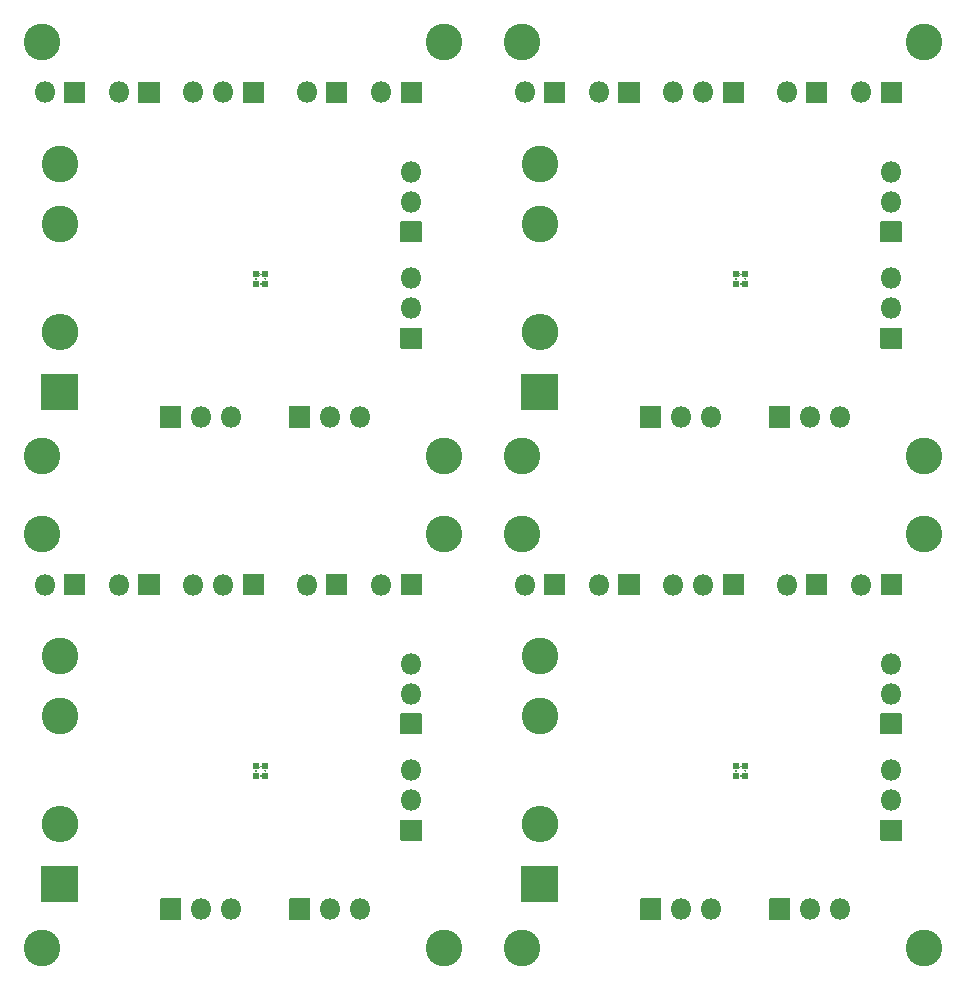
<source format=gbs>
G04 #@! TF.GenerationSoftware,KiCad,Pcbnew,(5.1.10)-1*
G04 #@! TF.CreationDate,2021-08-11T14:43:19-03:00*
G04 #@! TF.ProjectId,BQ25505,42513235-3530-4352-9e6b-696361645f70,rev?*
G04 #@! TF.SameCoordinates,Original*
G04 #@! TF.FileFunction,Soldermask,Bot*
G04 #@! TF.FilePolarity,Negative*
%FSLAX46Y46*%
G04 Gerber Fmt 4.6, Leading zero omitted, Abs format (unit mm)*
G04 Created by KiCad (PCBNEW (5.1.10)-1) date 2021-08-11 14:43:19*
%MOMM*%
%LPD*%
G01*
G04 APERTURE LIST*
%ADD10O,1.802000X1.802000*%
%ADD11C,0.610000*%
%ADD12C,3.102000*%
%ADD13O,3.102000X3.102000*%
%ADD14C,0.100000*%
G04 APERTURE END LIST*
G36*
G01*
X228054800Y-134434200D02*
X229754800Y-134434200D01*
G75*
G02*
X229805800Y-134485200I0J-51000D01*
G01*
X229805800Y-136185200D01*
G75*
G02*
X229754800Y-136236200I-51000J0D01*
G01*
X228054800Y-136236200D01*
G75*
G02*
X228003800Y-136185200I0J51000D01*
G01*
X228003800Y-134485200D01*
G75*
G02*
X228054800Y-134434200I51000J0D01*
G01*
G37*
D10*
X226364800Y-135335200D03*
G36*
G01*
X228054800Y-92774200D02*
X229754800Y-92774200D01*
G75*
G02*
X229805800Y-92825200I0J-51000D01*
G01*
X229805800Y-94525200D01*
G75*
G02*
X229754800Y-94576200I-51000J0D01*
G01*
X228054800Y-94576200D01*
G75*
G02*
X228003800Y-94525200I0J51000D01*
G01*
X228003800Y-92825200D01*
G75*
G02*
X228054800Y-92774200I51000J0D01*
G01*
G37*
X226364800Y-93675200D03*
G36*
G01*
X187414800Y-134434200D02*
X189114800Y-134434200D01*
G75*
G02*
X189165800Y-134485200I0J-51000D01*
G01*
X189165800Y-136185200D01*
G75*
G02*
X189114800Y-136236200I-51000J0D01*
G01*
X187414800Y-136236200D01*
G75*
G02*
X187363800Y-136185200I0J51000D01*
G01*
X187363800Y-134485200D01*
G75*
G02*
X187414800Y-134434200I51000J0D01*
G01*
G37*
X185724800Y-135335200D03*
G36*
G01*
X199556000Y-134434200D02*
X201256000Y-134434200D01*
G75*
G02*
X201307000Y-134485200I0J-51000D01*
G01*
X201307000Y-136185200D01*
G75*
G02*
X201256000Y-136236200I-51000J0D01*
G01*
X199556000Y-136236200D01*
G75*
G02*
X199505000Y-136185200I0J51000D01*
G01*
X199505000Y-134485200D01*
G75*
G02*
X199556000Y-134434200I51000J0D01*
G01*
G37*
X197866000Y-135335200D03*
G36*
G01*
X199556000Y-92774200D02*
X201256000Y-92774200D01*
G75*
G02*
X201307000Y-92825200I0J-51000D01*
G01*
X201307000Y-94525200D01*
G75*
G02*
X201256000Y-94576200I-51000J0D01*
G01*
X199556000Y-94576200D01*
G75*
G02*
X199505000Y-94525200I0J51000D01*
G01*
X199505000Y-92825200D01*
G75*
G02*
X199556000Y-92774200I51000J0D01*
G01*
G37*
X197866000Y-93675200D03*
G36*
G01*
X158916000Y-134434200D02*
X160616000Y-134434200D01*
G75*
G02*
X160667000Y-134485200I0J-51000D01*
G01*
X160667000Y-136185200D01*
G75*
G02*
X160616000Y-136236200I-51000J0D01*
G01*
X158916000Y-136236200D01*
G75*
G02*
X158865000Y-136185200I0J51000D01*
G01*
X158865000Y-134485200D01*
G75*
G02*
X158916000Y-134434200I51000J0D01*
G01*
G37*
X157226000Y-135335200D03*
G36*
G01*
X229793100Y-155300500D02*
X229793100Y-157000500D01*
G75*
G02*
X229742100Y-157051500I-51000J0D01*
G01*
X228042100Y-157051500D01*
G75*
G02*
X227991100Y-157000500I0J51000D01*
G01*
X227991100Y-155300500D01*
G75*
G02*
X228042100Y-155249500I51000J0D01*
G01*
X229742100Y-155249500D01*
G75*
G02*
X229793100Y-155300500I0J-51000D01*
G01*
G37*
X228892100Y-153610500D03*
X228892100Y-151070500D03*
G36*
G01*
X229793100Y-113640500D02*
X229793100Y-115340500D01*
G75*
G02*
X229742100Y-115391500I-51000J0D01*
G01*
X228042100Y-115391500D01*
G75*
G02*
X227991100Y-115340500I0J51000D01*
G01*
X227991100Y-113640500D01*
G75*
G02*
X228042100Y-113589500I51000J0D01*
G01*
X229742100Y-113589500D01*
G75*
G02*
X229793100Y-113640500I0J-51000D01*
G01*
G37*
X228892100Y-111950500D03*
X228892100Y-109410500D03*
G36*
G01*
X189153100Y-155300500D02*
X189153100Y-157000500D01*
G75*
G02*
X189102100Y-157051500I-51000J0D01*
G01*
X187402100Y-157051500D01*
G75*
G02*
X187351100Y-157000500I0J51000D01*
G01*
X187351100Y-155300500D01*
G75*
G02*
X187402100Y-155249500I51000J0D01*
G01*
X189102100Y-155249500D01*
G75*
G02*
X189153100Y-155300500I0J-51000D01*
G01*
G37*
X188252100Y-153610500D03*
X188252100Y-151070500D03*
G36*
G01*
X205855200Y-134434200D02*
X207555200Y-134434200D01*
G75*
G02*
X207606200Y-134485200I0J-51000D01*
G01*
X207606200Y-136185200D01*
G75*
G02*
X207555200Y-136236200I-51000J0D01*
G01*
X205855200Y-136236200D01*
G75*
G02*
X205804200Y-136185200I0J51000D01*
G01*
X205804200Y-134485200D01*
G75*
G02*
X205855200Y-134434200I51000J0D01*
G01*
G37*
X204165200Y-135335200D03*
G36*
G01*
X205855200Y-92774200D02*
X207555200Y-92774200D01*
G75*
G02*
X207606200Y-92825200I0J-51000D01*
G01*
X207606200Y-94525200D01*
G75*
G02*
X207555200Y-94576200I-51000J0D01*
G01*
X205855200Y-94576200D01*
G75*
G02*
X205804200Y-94525200I0J51000D01*
G01*
X205804200Y-92825200D01*
G75*
G02*
X205855200Y-92774200I51000J0D01*
G01*
G37*
X204165200Y-93675200D03*
G36*
G01*
X165215200Y-134434200D02*
X166915200Y-134434200D01*
G75*
G02*
X166966200Y-134485200I0J-51000D01*
G01*
X166966200Y-136185200D01*
G75*
G02*
X166915200Y-136236200I-51000J0D01*
G01*
X165215200Y-136236200D01*
G75*
G02*
X165164200Y-136185200I0J51000D01*
G01*
X165164200Y-134485200D01*
G75*
G02*
X165215200Y-134434200I51000J0D01*
G01*
G37*
X163525200Y-135335200D03*
X210464400Y-135335200D03*
X213004400Y-135335200D03*
G36*
G01*
X214694400Y-134434200D02*
X216394400Y-134434200D01*
G75*
G02*
X216445400Y-134485200I0J-51000D01*
G01*
X216445400Y-136185200D01*
G75*
G02*
X216394400Y-136236200I-51000J0D01*
G01*
X214694400Y-136236200D01*
G75*
G02*
X214643400Y-136185200I0J51000D01*
G01*
X214643400Y-134485200D01*
G75*
G02*
X214694400Y-134434200I51000J0D01*
G01*
G37*
X210464400Y-93675200D03*
X213004400Y-93675200D03*
G36*
G01*
X214694400Y-92774200D02*
X216394400Y-92774200D01*
G75*
G02*
X216445400Y-92825200I0J-51000D01*
G01*
X216445400Y-94525200D01*
G75*
G02*
X216394400Y-94576200I-51000J0D01*
G01*
X214694400Y-94576200D01*
G75*
G02*
X214643400Y-94525200I0J51000D01*
G01*
X214643400Y-92825200D01*
G75*
G02*
X214694400Y-92774200I51000J0D01*
G01*
G37*
X169824400Y-135335200D03*
X172364400Y-135335200D03*
G36*
G01*
X174054400Y-134434200D02*
X175754400Y-134434200D01*
G75*
G02*
X175805400Y-134485200I0J-51000D01*
G01*
X175805400Y-136185200D01*
G75*
G02*
X175754400Y-136236200I-51000J0D01*
G01*
X174054400Y-136236200D01*
G75*
G02*
X174003400Y-136185200I0J51000D01*
G01*
X174003400Y-134485200D01*
G75*
G02*
X174054400Y-134434200I51000J0D01*
G01*
G37*
D11*
X216547700Y-150740300D03*
X216547700Y-151527700D03*
X215760300Y-150740300D03*
X215760300Y-151527700D03*
X216547700Y-109080300D03*
X216547700Y-109867700D03*
X215760300Y-109080300D03*
X215760300Y-109867700D03*
X175907700Y-150740300D03*
X175907700Y-151527700D03*
X175120300Y-150740300D03*
X175120300Y-151527700D03*
G36*
G01*
X229793100Y-146283500D02*
X229793100Y-147983500D01*
G75*
G02*
X229742100Y-148034500I-51000J0D01*
G01*
X228042100Y-148034500D01*
G75*
G02*
X227991100Y-147983500I0J51000D01*
G01*
X227991100Y-146283500D01*
G75*
G02*
X228042100Y-146232500I51000J0D01*
G01*
X229742100Y-146232500D01*
G75*
G02*
X229793100Y-146283500I0J-51000D01*
G01*
G37*
D10*
X228892100Y-144593500D03*
X228892100Y-142053500D03*
G36*
G01*
X229793100Y-104623500D02*
X229793100Y-106323500D01*
G75*
G02*
X229742100Y-106374500I-51000J0D01*
G01*
X228042100Y-106374500D01*
G75*
G02*
X227991100Y-106323500I0J51000D01*
G01*
X227991100Y-104623500D01*
G75*
G02*
X228042100Y-104572500I51000J0D01*
G01*
X229742100Y-104572500D01*
G75*
G02*
X229793100Y-104623500I0J-51000D01*
G01*
G37*
X228892100Y-102933500D03*
X228892100Y-100393500D03*
G36*
G01*
X189153100Y-146283500D02*
X189153100Y-147983500D01*
G75*
G02*
X189102100Y-148034500I-51000J0D01*
G01*
X187402100Y-148034500D01*
G75*
G02*
X187351100Y-147983500I0J51000D01*
G01*
X187351100Y-146283500D01*
G75*
G02*
X187402100Y-146232500I51000J0D01*
G01*
X189102100Y-146232500D01*
G75*
G02*
X189153100Y-146283500I0J-51000D01*
G01*
G37*
X188252100Y-144593500D03*
X188252100Y-142053500D03*
D12*
X199136000Y-146460400D03*
X199136000Y-141380400D03*
X199136000Y-104800400D03*
X199136000Y-99720400D03*
X158496000Y-146460400D03*
X158496000Y-141380400D03*
X231648000Y-131068000D03*
X231648000Y-89408000D03*
X191008000Y-131068000D03*
G36*
G01*
X200636000Y-162235400D02*
X197636000Y-162235400D01*
G75*
G02*
X197585000Y-162184400I0J51000D01*
G01*
X197585000Y-159184400D01*
G75*
G02*
X197636000Y-159133400I51000J0D01*
G01*
X200636000Y-159133400D01*
G75*
G02*
X200687000Y-159184400I0J-51000D01*
G01*
X200687000Y-162184400D01*
G75*
G02*
X200636000Y-162235400I-51000J0D01*
G01*
G37*
D13*
X199136000Y-155604400D03*
G36*
G01*
X200636000Y-120575400D02*
X197636000Y-120575400D01*
G75*
G02*
X197585000Y-120524400I0J51000D01*
G01*
X197585000Y-117524400D01*
G75*
G02*
X197636000Y-117473400I51000J0D01*
G01*
X200636000Y-117473400D01*
G75*
G02*
X200687000Y-117524400I0J-51000D01*
G01*
X200687000Y-120524400D01*
G75*
G02*
X200636000Y-120575400I-51000J0D01*
G01*
G37*
X199136000Y-113944400D03*
G36*
G01*
X159996000Y-162235400D02*
X156996000Y-162235400D01*
G75*
G02*
X156945000Y-162184400I0J51000D01*
G01*
X156945000Y-159184400D01*
G75*
G02*
X156996000Y-159133400I51000J0D01*
G01*
X159996000Y-159133400D01*
G75*
G02*
X160047000Y-159184400I0J-51000D01*
G01*
X160047000Y-162184400D01*
G75*
G02*
X159996000Y-162235400I-51000J0D01*
G01*
G37*
X158496000Y-155604400D03*
G36*
G01*
X221755600Y-134434200D02*
X223455600Y-134434200D01*
G75*
G02*
X223506600Y-134485200I0J-51000D01*
G01*
X223506600Y-136185200D01*
G75*
G02*
X223455600Y-136236200I-51000J0D01*
G01*
X221755600Y-136236200D01*
G75*
G02*
X221704600Y-136185200I0J51000D01*
G01*
X221704600Y-134485200D01*
G75*
G02*
X221755600Y-134434200I51000J0D01*
G01*
G37*
D10*
X220065600Y-135335200D03*
G36*
G01*
X221755600Y-92774200D02*
X223455600Y-92774200D01*
G75*
G02*
X223506600Y-92825200I0J-51000D01*
G01*
X223506600Y-94525200D01*
G75*
G02*
X223455600Y-94576200I-51000J0D01*
G01*
X221755600Y-94576200D01*
G75*
G02*
X221704600Y-94525200I0J51000D01*
G01*
X221704600Y-92825200D01*
G75*
G02*
X221755600Y-92774200I51000J0D01*
G01*
G37*
X220065600Y-93675200D03*
G36*
G01*
X181115600Y-134434200D02*
X182815600Y-134434200D01*
G75*
G02*
X182866600Y-134485200I0J-51000D01*
G01*
X182866600Y-136185200D01*
G75*
G02*
X182815600Y-136236200I-51000J0D01*
G01*
X181115600Y-136236200D01*
G75*
G02*
X181064600Y-136185200I0J51000D01*
G01*
X181064600Y-134485200D01*
G75*
G02*
X181115600Y-134434200I51000J0D01*
G01*
G37*
X179425600Y-135335200D03*
D12*
X231648000Y-166120000D03*
X231648000Y-124460000D03*
X191008000Y-166120000D03*
G36*
G01*
X209384000Y-163719000D02*
X207684000Y-163719000D01*
G75*
G02*
X207633000Y-163668000I0J51000D01*
G01*
X207633000Y-161968000D01*
G75*
G02*
X207684000Y-161917000I51000J0D01*
G01*
X209384000Y-161917000D01*
G75*
G02*
X209435000Y-161968000I0J-51000D01*
G01*
X209435000Y-163668000D01*
G75*
G02*
X209384000Y-163719000I-51000J0D01*
G01*
G37*
D10*
X211074000Y-162818000D03*
X213614000Y-162818000D03*
G36*
G01*
X209384000Y-122059000D02*
X207684000Y-122059000D01*
G75*
G02*
X207633000Y-122008000I0J51000D01*
G01*
X207633000Y-120308000D01*
G75*
G02*
X207684000Y-120257000I51000J0D01*
G01*
X209384000Y-120257000D01*
G75*
G02*
X209435000Y-120308000I0J-51000D01*
G01*
X209435000Y-122008000D01*
G75*
G02*
X209384000Y-122059000I-51000J0D01*
G01*
G37*
X211074000Y-121158000D03*
X213614000Y-121158000D03*
G36*
G01*
X168744000Y-163719000D02*
X167044000Y-163719000D01*
G75*
G02*
X166993000Y-163668000I0J51000D01*
G01*
X166993000Y-161968000D01*
G75*
G02*
X167044000Y-161917000I51000J0D01*
G01*
X168744000Y-161917000D01*
G75*
G02*
X168795000Y-161968000I0J-51000D01*
G01*
X168795000Y-163668000D01*
G75*
G02*
X168744000Y-163719000I-51000J0D01*
G01*
G37*
X170434000Y-162818000D03*
X172974000Y-162818000D03*
D12*
X197612000Y-166120000D03*
X197612000Y-124460000D03*
X156972000Y-166120000D03*
G36*
G01*
X220306000Y-163719000D02*
X218606000Y-163719000D01*
G75*
G02*
X218555000Y-163668000I0J51000D01*
G01*
X218555000Y-161968000D01*
G75*
G02*
X218606000Y-161917000I51000J0D01*
G01*
X220306000Y-161917000D01*
G75*
G02*
X220357000Y-161968000I0J-51000D01*
G01*
X220357000Y-163668000D01*
G75*
G02*
X220306000Y-163719000I-51000J0D01*
G01*
G37*
D10*
X221996000Y-162818000D03*
X224536000Y-162818000D03*
G36*
G01*
X220306000Y-122059000D02*
X218606000Y-122059000D01*
G75*
G02*
X218555000Y-122008000I0J51000D01*
G01*
X218555000Y-120308000D01*
G75*
G02*
X218606000Y-120257000I51000J0D01*
G01*
X220306000Y-120257000D01*
G75*
G02*
X220357000Y-120308000I0J-51000D01*
G01*
X220357000Y-122008000D01*
G75*
G02*
X220306000Y-122059000I-51000J0D01*
G01*
G37*
X221996000Y-121158000D03*
X224536000Y-121158000D03*
G36*
G01*
X179666000Y-163719000D02*
X177966000Y-163719000D01*
G75*
G02*
X177915000Y-163668000I0J51000D01*
G01*
X177915000Y-161968000D01*
G75*
G02*
X177966000Y-161917000I51000J0D01*
G01*
X179666000Y-161917000D01*
G75*
G02*
X179717000Y-161968000I0J-51000D01*
G01*
X179717000Y-163668000D01*
G75*
G02*
X179666000Y-163719000I-51000J0D01*
G01*
G37*
X181356000Y-162818000D03*
X183896000Y-162818000D03*
D12*
X197612000Y-131068000D03*
X197612000Y-89408000D03*
X156972000Y-131068000D03*
X191008000Y-124460000D03*
X156972000Y-124460000D03*
X191008000Y-89408000D03*
X156972000Y-89408000D03*
D10*
X183896000Y-121158000D03*
X181356000Y-121158000D03*
G36*
G01*
X179666000Y-122059000D02*
X177966000Y-122059000D01*
G75*
G02*
X177915000Y-122008000I0J51000D01*
G01*
X177915000Y-120308000D01*
G75*
G02*
X177966000Y-120257000I51000J0D01*
G01*
X179666000Y-120257000D01*
G75*
G02*
X179717000Y-120308000I0J-51000D01*
G01*
X179717000Y-122008000D01*
G75*
G02*
X179666000Y-122059000I-51000J0D01*
G01*
G37*
D13*
X158496000Y-113944400D03*
G36*
G01*
X159996000Y-120575400D02*
X156996000Y-120575400D01*
G75*
G02*
X156945000Y-120524400I0J51000D01*
G01*
X156945000Y-117524400D01*
G75*
G02*
X156996000Y-117473400I51000J0D01*
G01*
X159996000Y-117473400D01*
G75*
G02*
X160047000Y-117524400I0J-51000D01*
G01*
X160047000Y-120524400D01*
G75*
G02*
X159996000Y-120575400I-51000J0D01*
G01*
G37*
D12*
X158496000Y-99720400D03*
X158496000Y-104800400D03*
D10*
X172974000Y-121158000D03*
X170434000Y-121158000D03*
G36*
G01*
X168744000Y-122059000D02*
X167044000Y-122059000D01*
G75*
G02*
X166993000Y-122008000I0J51000D01*
G01*
X166993000Y-120308000D01*
G75*
G02*
X167044000Y-120257000I51000J0D01*
G01*
X168744000Y-120257000D01*
G75*
G02*
X168795000Y-120308000I0J-51000D01*
G01*
X168795000Y-122008000D01*
G75*
G02*
X168744000Y-122059000I-51000J0D01*
G01*
G37*
X179425600Y-93675200D03*
G36*
G01*
X181115600Y-92774200D02*
X182815600Y-92774200D01*
G75*
G02*
X182866600Y-92825200I0J-51000D01*
G01*
X182866600Y-94525200D01*
G75*
G02*
X182815600Y-94576200I-51000J0D01*
G01*
X181115600Y-94576200D01*
G75*
G02*
X181064600Y-94525200I0J51000D01*
G01*
X181064600Y-92825200D01*
G75*
G02*
X181115600Y-92774200I51000J0D01*
G01*
G37*
X188252100Y-109410500D03*
X188252100Y-111950500D03*
G36*
G01*
X189153100Y-113640500D02*
X189153100Y-115340500D01*
G75*
G02*
X189102100Y-115391500I-51000J0D01*
G01*
X187402100Y-115391500D01*
G75*
G02*
X187351100Y-115340500I0J51000D01*
G01*
X187351100Y-113640500D01*
G75*
G02*
X187402100Y-113589500I51000J0D01*
G01*
X189102100Y-113589500D01*
G75*
G02*
X189153100Y-113640500I0J-51000D01*
G01*
G37*
X163525200Y-93675200D03*
G36*
G01*
X165215200Y-92774200D02*
X166915200Y-92774200D01*
G75*
G02*
X166966200Y-92825200I0J-51000D01*
G01*
X166966200Y-94525200D01*
G75*
G02*
X166915200Y-94576200I-51000J0D01*
G01*
X165215200Y-94576200D01*
G75*
G02*
X165164200Y-94525200I0J51000D01*
G01*
X165164200Y-92825200D01*
G75*
G02*
X165215200Y-92774200I51000J0D01*
G01*
G37*
X157226000Y-93675200D03*
G36*
G01*
X158916000Y-92774200D02*
X160616000Y-92774200D01*
G75*
G02*
X160667000Y-92825200I0J-51000D01*
G01*
X160667000Y-94525200D01*
G75*
G02*
X160616000Y-94576200I-51000J0D01*
G01*
X158916000Y-94576200D01*
G75*
G02*
X158865000Y-94525200I0J51000D01*
G01*
X158865000Y-92825200D01*
G75*
G02*
X158916000Y-92774200I51000J0D01*
G01*
G37*
X185724800Y-93675200D03*
G36*
G01*
X187414800Y-92774200D02*
X189114800Y-92774200D01*
G75*
G02*
X189165800Y-92825200I0J-51000D01*
G01*
X189165800Y-94525200D01*
G75*
G02*
X189114800Y-94576200I-51000J0D01*
G01*
X187414800Y-94576200D01*
G75*
G02*
X187363800Y-94525200I0J51000D01*
G01*
X187363800Y-92825200D01*
G75*
G02*
X187414800Y-92774200I51000J0D01*
G01*
G37*
D11*
X175120300Y-109867700D03*
X175120300Y-109080300D03*
X175907700Y-109867700D03*
X175907700Y-109080300D03*
G36*
G01*
X174054400Y-92774200D02*
X175754400Y-92774200D01*
G75*
G02*
X175805400Y-92825200I0J-51000D01*
G01*
X175805400Y-94525200D01*
G75*
G02*
X175754400Y-94576200I-51000J0D01*
G01*
X174054400Y-94576200D01*
G75*
G02*
X174003400Y-94525200I0J51000D01*
G01*
X174003400Y-92825200D01*
G75*
G02*
X174054400Y-92774200I51000J0D01*
G01*
G37*
D10*
X172364400Y-93675200D03*
X169824400Y-93675200D03*
X188252100Y-100393500D03*
X188252100Y-102933500D03*
G36*
G01*
X189153100Y-104623500D02*
X189153100Y-106323500D01*
G75*
G02*
X189102100Y-106374500I-51000J0D01*
G01*
X187402100Y-106374500D01*
G75*
G02*
X187351100Y-106323500I0J51000D01*
G01*
X187351100Y-104623500D01*
G75*
G02*
X187402100Y-104572500I51000J0D01*
G01*
X189102100Y-104572500D01*
G75*
G02*
X189153100Y-104623500I0J-51000D01*
G01*
G37*
D14*
G36*
X175628285Y-151412146D02*
G01*
X175628435Y-151413967D01*
X175617757Y-151439745D01*
X175606169Y-151498004D01*
X175606169Y-151557396D01*
X175617757Y-151615655D01*
X175628435Y-151641434D01*
X175628174Y-151643417D01*
X175626326Y-151644182D01*
X175624823Y-151643142D01*
X175616262Y-151627125D01*
X175600967Y-151608488D01*
X175582330Y-151593192D01*
X175561066Y-151581827D01*
X175537991Y-151574827D01*
X175514000Y-151572464D01*
X175490009Y-151574827D01*
X175466934Y-151581827D01*
X175445671Y-151593192D01*
X175427034Y-151608487D01*
X175411738Y-151627124D01*
X175403177Y-151643141D01*
X175401478Y-151644197D01*
X175399715Y-151643254D01*
X175399565Y-151641433D01*
X175410243Y-151615655D01*
X175421831Y-151557396D01*
X175421831Y-151498004D01*
X175410243Y-151439745D01*
X175399565Y-151413966D01*
X175399826Y-151411983D01*
X175401674Y-151411218D01*
X175403177Y-151412258D01*
X175411738Y-151428275D01*
X175427033Y-151446912D01*
X175445670Y-151462208D01*
X175466934Y-151473573D01*
X175490009Y-151480573D01*
X175514000Y-151482936D01*
X175537991Y-151480573D01*
X175561066Y-151473573D01*
X175582329Y-151462208D01*
X175600966Y-151446913D01*
X175616262Y-151428276D01*
X175624823Y-151412259D01*
X175626522Y-151411203D01*
X175628285Y-151412146D01*
G37*
G36*
X216268285Y-151412146D02*
G01*
X216268435Y-151413967D01*
X216257757Y-151439745D01*
X216246169Y-151498004D01*
X216246169Y-151557396D01*
X216257757Y-151615655D01*
X216268435Y-151641434D01*
X216268174Y-151643417D01*
X216266326Y-151644182D01*
X216264823Y-151643142D01*
X216256262Y-151627125D01*
X216240967Y-151608488D01*
X216222330Y-151593192D01*
X216201066Y-151581827D01*
X216177991Y-151574827D01*
X216154000Y-151572464D01*
X216130009Y-151574827D01*
X216106934Y-151581827D01*
X216085671Y-151593192D01*
X216067034Y-151608487D01*
X216051738Y-151627124D01*
X216043177Y-151643141D01*
X216041478Y-151644197D01*
X216039715Y-151643254D01*
X216039565Y-151641433D01*
X216050243Y-151615655D01*
X216061831Y-151557396D01*
X216061831Y-151498004D01*
X216050243Y-151439745D01*
X216039565Y-151413966D01*
X216039826Y-151411983D01*
X216041674Y-151411218D01*
X216043177Y-151412258D01*
X216051738Y-151428275D01*
X216067033Y-151446912D01*
X216085670Y-151462208D01*
X216106934Y-151473573D01*
X216130009Y-151480573D01*
X216154000Y-151482936D01*
X216177991Y-151480573D01*
X216201066Y-151473573D01*
X216222329Y-151462208D01*
X216240966Y-151446913D01*
X216256262Y-151428276D01*
X216264823Y-151412259D01*
X216266522Y-151411203D01*
X216268285Y-151412146D01*
G37*
G36*
X215876017Y-151019826D02*
G01*
X215876782Y-151021674D01*
X215875742Y-151023177D01*
X215859725Y-151031738D01*
X215841088Y-151047033D01*
X215825792Y-151065670D01*
X215814427Y-151086934D01*
X215807427Y-151110009D01*
X215805064Y-151134000D01*
X215807427Y-151157991D01*
X215814427Y-151181066D01*
X215825792Y-151202329D01*
X215841087Y-151220966D01*
X215859724Y-151236262D01*
X215875741Y-151244823D01*
X215876797Y-151246522D01*
X215875854Y-151248285D01*
X215874033Y-151248435D01*
X215848255Y-151237757D01*
X215789996Y-151226169D01*
X215730604Y-151226169D01*
X215672345Y-151237757D01*
X215646566Y-151248435D01*
X215644583Y-151248174D01*
X215643818Y-151246326D01*
X215644858Y-151244823D01*
X215660875Y-151236262D01*
X215679512Y-151220967D01*
X215694808Y-151202330D01*
X215706173Y-151181066D01*
X215713173Y-151157991D01*
X215715536Y-151134000D01*
X215713173Y-151110009D01*
X215706173Y-151086934D01*
X215694808Y-151065671D01*
X215679513Y-151047034D01*
X215660876Y-151031738D01*
X215644859Y-151023177D01*
X215643803Y-151021478D01*
X215644746Y-151019715D01*
X215646567Y-151019565D01*
X215672345Y-151030243D01*
X215730604Y-151041831D01*
X215789996Y-151041831D01*
X215848255Y-151030243D01*
X215874034Y-151019565D01*
X215876017Y-151019826D01*
G37*
G36*
X216663417Y-151019826D02*
G01*
X216664182Y-151021674D01*
X216663142Y-151023177D01*
X216647125Y-151031738D01*
X216628488Y-151047033D01*
X216613192Y-151065670D01*
X216601827Y-151086934D01*
X216594827Y-151110009D01*
X216592464Y-151134000D01*
X216594827Y-151157991D01*
X216601827Y-151181066D01*
X216613192Y-151202329D01*
X216628487Y-151220966D01*
X216647124Y-151236262D01*
X216663141Y-151244823D01*
X216664197Y-151246522D01*
X216663254Y-151248285D01*
X216661433Y-151248435D01*
X216635655Y-151237757D01*
X216577396Y-151226169D01*
X216518004Y-151226169D01*
X216459745Y-151237757D01*
X216433966Y-151248435D01*
X216431983Y-151248174D01*
X216431218Y-151246326D01*
X216432258Y-151244823D01*
X216448275Y-151236262D01*
X216466912Y-151220967D01*
X216482208Y-151202330D01*
X216493573Y-151181066D01*
X216500573Y-151157991D01*
X216502936Y-151134000D01*
X216500573Y-151110009D01*
X216493573Y-151086934D01*
X216482208Y-151065671D01*
X216466913Y-151047034D01*
X216448276Y-151031738D01*
X216432259Y-151023177D01*
X216431203Y-151021478D01*
X216432146Y-151019715D01*
X216433967Y-151019565D01*
X216459745Y-151030243D01*
X216518004Y-151041831D01*
X216577396Y-151041831D01*
X216635655Y-151030243D01*
X216661434Y-151019565D01*
X216663417Y-151019826D01*
G37*
G36*
X176023417Y-151019826D02*
G01*
X176024182Y-151021674D01*
X176023142Y-151023177D01*
X176007125Y-151031738D01*
X175988488Y-151047033D01*
X175973192Y-151065670D01*
X175961827Y-151086934D01*
X175954827Y-151110009D01*
X175952464Y-151134000D01*
X175954827Y-151157991D01*
X175961827Y-151181066D01*
X175973192Y-151202329D01*
X175988487Y-151220966D01*
X176007124Y-151236262D01*
X176023141Y-151244823D01*
X176024197Y-151246522D01*
X176023254Y-151248285D01*
X176021433Y-151248435D01*
X175995655Y-151237757D01*
X175937396Y-151226169D01*
X175878004Y-151226169D01*
X175819745Y-151237757D01*
X175793966Y-151248435D01*
X175791983Y-151248174D01*
X175791218Y-151246326D01*
X175792258Y-151244823D01*
X175808275Y-151236262D01*
X175826912Y-151220967D01*
X175842208Y-151202330D01*
X175853573Y-151181066D01*
X175860573Y-151157991D01*
X175862936Y-151134000D01*
X175860573Y-151110009D01*
X175853573Y-151086934D01*
X175842208Y-151065671D01*
X175826913Y-151047034D01*
X175808276Y-151031738D01*
X175792259Y-151023177D01*
X175791203Y-151021478D01*
X175792146Y-151019715D01*
X175793967Y-151019565D01*
X175819745Y-151030243D01*
X175878004Y-151041831D01*
X175937396Y-151041831D01*
X175995655Y-151030243D01*
X176021434Y-151019565D01*
X176023417Y-151019826D01*
G37*
G36*
X175236017Y-151019826D02*
G01*
X175236782Y-151021674D01*
X175235742Y-151023177D01*
X175219725Y-151031738D01*
X175201088Y-151047033D01*
X175185792Y-151065670D01*
X175174427Y-151086934D01*
X175167427Y-151110009D01*
X175165064Y-151134000D01*
X175167427Y-151157991D01*
X175174427Y-151181066D01*
X175185792Y-151202329D01*
X175201087Y-151220966D01*
X175219724Y-151236262D01*
X175235741Y-151244823D01*
X175236797Y-151246522D01*
X175235854Y-151248285D01*
X175234033Y-151248435D01*
X175208255Y-151237757D01*
X175149996Y-151226169D01*
X175090604Y-151226169D01*
X175032345Y-151237757D01*
X175006566Y-151248435D01*
X175004583Y-151248174D01*
X175003818Y-151246326D01*
X175004858Y-151244823D01*
X175020875Y-151236262D01*
X175039512Y-151220967D01*
X175054808Y-151202330D01*
X175066173Y-151181066D01*
X175073173Y-151157991D01*
X175075536Y-151134000D01*
X175073173Y-151110009D01*
X175066173Y-151086934D01*
X175054808Y-151065671D01*
X175039513Y-151047034D01*
X175020876Y-151031738D01*
X175004859Y-151023177D01*
X175003803Y-151021478D01*
X175004746Y-151019715D01*
X175006567Y-151019565D01*
X175032345Y-151030243D01*
X175090604Y-151041831D01*
X175149996Y-151041831D01*
X175208255Y-151030243D01*
X175234034Y-151019565D01*
X175236017Y-151019826D01*
G37*
G36*
X216268285Y-150624746D02*
G01*
X216268435Y-150626567D01*
X216257757Y-150652345D01*
X216246169Y-150710604D01*
X216246169Y-150769996D01*
X216257757Y-150828255D01*
X216268435Y-150854034D01*
X216268174Y-150856017D01*
X216266326Y-150856782D01*
X216264823Y-150855742D01*
X216256262Y-150839725D01*
X216240967Y-150821088D01*
X216222330Y-150805792D01*
X216201066Y-150794427D01*
X216177991Y-150787427D01*
X216154000Y-150785064D01*
X216130009Y-150787427D01*
X216106934Y-150794427D01*
X216085671Y-150805792D01*
X216067034Y-150821087D01*
X216051738Y-150839724D01*
X216043177Y-150855741D01*
X216041478Y-150856797D01*
X216039715Y-150855854D01*
X216039565Y-150854033D01*
X216050243Y-150828255D01*
X216061831Y-150769996D01*
X216061831Y-150710604D01*
X216050243Y-150652345D01*
X216039565Y-150626566D01*
X216039826Y-150624583D01*
X216041674Y-150623818D01*
X216043177Y-150624858D01*
X216051738Y-150640875D01*
X216067033Y-150659512D01*
X216085670Y-150674808D01*
X216106934Y-150686173D01*
X216130009Y-150693173D01*
X216154000Y-150695536D01*
X216177991Y-150693173D01*
X216201066Y-150686173D01*
X216222329Y-150674808D01*
X216240966Y-150659513D01*
X216256262Y-150640876D01*
X216264823Y-150624859D01*
X216266522Y-150623803D01*
X216268285Y-150624746D01*
G37*
G36*
X175628285Y-150624746D02*
G01*
X175628435Y-150626567D01*
X175617757Y-150652345D01*
X175606169Y-150710604D01*
X175606169Y-150769996D01*
X175617757Y-150828255D01*
X175628435Y-150854034D01*
X175628174Y-150856017D01*
X175626326Y-150856782D01*
X175624823Y-150855742D01*
X175616262Y-150839725D01*
X175600967Y-150821088D01*
X175582330Y-150805792D01*
X175561066Y-150794427D01*
X175537991Y-150787427D01*
X175514000Y-150785064D01*
X175490009Y-150787427D01*
X175466934Y-150794427D01*
X175445671Y-150805792D01*
X175427034Y-150821087D01*
X175411738Y-150839724D01*
X175403177Y-150855741D01*
X175401478Y-150856797D01*
X175399715Y-150855854D01*
X175399565Y-150854033D01*
X175410243Y-150828255D01*
X175421831Y-150769996D01*
X175421831Y-150710604D01*
X175410243Y-150652345D01*
X175399565Y-150626566D01*
X175399826Y-150624583D01*
X175401674Y-150623818D01*
X175403177Y-150624858D01*
X175411738Y-150640875D01*
X175427033Y-150659512D01*
X175445670Y-150674808D01*
X175466934Y-150686173D01*
X175490009Y-150693173D01*
X175514000Y-150695536D01*
X175537991Y-150693173D01*
X175561066Y-150686173D01*
X175582329Y-150674808D01*
X175600966Y-150659513D01*
X175616262Y-150640876D01*
X175624823Y-150624859D01*
X175626522Y-150623803D01*
X175628285Y-150624746D01*
G37*
G36*
X175628285Y-109752146D02*
G01*
X175628435Y-109753967D01*
X175617757Y-109779745D01*
X175606169Y-109838004D01*
X175606169Y-109897396D01*
X175617757Y-109955655D01*
X175628435Y-109981434D01*
X175628174Y-109983417D01*
X175626326Y-109984182D01*
X175624823Y-109983142D01*
X175616262Y-109967125D01*
X175600967Y-109948488D01*
X175582330Y-109933192D01*
X175561066Y-109921827D01*
X175537991Y-109914827D01*
X175514000Y-109912464D01*
X175490009Y-109914827D01*
X175466934Y-109921827D01*
X175445671Y-109933192D01*
X175427034Y-109948487D01*
X175411738Y-109967124D01*
X175403177Y-109983141D01*
X175401478Y-109984197D01*
X175399715Y-109983254D01*
X175399565Y-109981433D01*
X175410243Y-109955655D01*
X175421831Y-109897396D01*
X175421831Y-109838004D01*
X175410243Y-109779745D01*
X175399565Y-109753966D01*
X175399826Y-109751983D01*
X175401674Y-109751218D01*
X175403177Y-109752258D01*
X175411738Y-109768275D01*
X175427033Y-109786912D01*
X175445670Y-109802208D01*
X175466934Y-109813573D01*
X175490009Y-109820573D01*
X175514000Y-109822936D01*
X175537991Y-109820573D01*
X175561066Y-109813573D01*
X175582329Y-109802208D01*
X175600966Y-109786913D01*
X175616262Y-109768276D01*
X175624823Y-109752259D01*
X175626522Y-109751203D01*
X175628285Y-109752146D01*
G37*
G36*
X216268285Y-109752146D02*
G01*
X216268435Y-109753967D01*
X216257757Y-109779745D01*
X216246169Y-109838004D01*
X216246169Y-109897396D01*
X216257757Y-109955655D01*
X216268435Y-109981434D01*
X216268174Y-109983417D01*
X216266326Y-109984182D01*
X216264823Y-109983142D01*
X216256262Y-109967125D01*
X216240967Y-109948488D01*
X216222330Y-109933192D01*
X216201066Y-109921827D01*
X216177991Y-109914827D01*
X216154000Y-109912464D01*
X216130009Y-109914827D01*
X216106934Y-109921827D01*
X216085671Y-109933192D01*
X216067034Y-109948487D01*
X216051738Y-109967124D01*
X216043177Y-109983141D01*
X216041478Y-109984197D01*
X216039715Y-109983254D01*
X216039565Y-109981433D01*
X216050243Y-109955655D01*
X216061831Y-109897396D01*
X216061831Y-109838004D01*
X216050243Y-109779745D01*
X216039565Y-109753966D01*
X216039826Y-109751983D01*
X216041674Y-109751218D01*
X216043177Y-109752258D01*
X216051738Y-109768275D01*
X216067033Y-109786912D01*
X216085670Y-109802208D01*
X216106934Y-109813573D01*
X216130009Y-109820573D01*
X216154000Y-109822936D01*
X216177991Y-109820573D01*
X216201066Y-109813573D01*
X216222329Y-109802208D01*
X216240966Y-109786913D01*
X216256262Y-109768276D01*
X216264823Y-109752259D01*
X216266522Y-109751203D01*
X216268285Y-109752146D01*
G37*
G36*
X215876017Y-109359826D02*
G01*
X215876782Y-109361674D01*
X215875742Y-109363177D01*
X215859725Y-109371738D01*
X215841088Y-109387033D01*
X215825792Y-109405670D01*
X215814427Y-109426934D01*
X215807427Y-109450009D01*
X215805064Y-109474000D01*
X215807427Y-109497991D01*
X215814427Y-109521066D01*
X215825792Y-109542329D01*
X215841087Y-109560966D01*
X215859724Y-109576262D01*
X215875741Y-109584823D01*
X215876797Y-109586522D01*
X215875854Y-109588285D01*
X215874033Y-109588435D01*
X215848255Y-109577757D01*
X215789996Y-109566169D01*
X215730604Y-109566169D01*
X215672345Y-109577757D01*
X215646566Y-109588435D01*
X215644583Y-109588174D01*
X215643818Y-109586326D01*
X215644858Y-109584823D01*
X215660875Y-109576262D01*
X215679512Y-109560967D01*
X215694808Y-109542330D01*
X215706173Y-109521066D01*
X215713173Y-109497991D01*
X215715536Y-109474000D01*
X215713173Y-109450009D01*
X215706173Y-109426934D01*
X215694808Y-109405671D01*
X215679513Y-109387034D01*
X215660876Y-109371738D01*
X215644859Y-109363177D01*
X215643803Y-109361478D01*
X215644746Y-109359715D01*
X215646567Y-109359565D01*
X215672345Y-109370243D01*
X215730604Y-109381831D01*
X215789996Y-109381831D01*
X215848255Y-109370243D01*
X215874034Y-109359565D01*
X215876017Y-109359826D01*
G37*
G36*
X175236017Y-109359826D02*
G01*
X175236782Y-109361674D01*
X175235742Y-109363177D01*
X175219725Y-109371738D01*
X175201088Y-109387033D01*
X175185792Y-109405670D01*
X175174427Y-109426934D01*
X175167427Y-109450009D01*
X175165064Y-109474000D01*
X175167427Y-109497991D01*
X175174427Y-109521066D01*
X175185792Y-109542329D01*
X175201087Y-109560966D01*
X175219724Y-109576262D01*
X175235741Y-109584823D01*
X175236797Y-109586522D01*
X175235854Y-109588285D01*
X175234033Y-109588435D01*
X175208255Y-109577757D01*
X175149996Y-109566169D01*
X175090604Y-109566169D01*
X175032345Y-109577757D01*
X175006566Y-109588435D01*
X175004583Y-109588174D01*
X175003818Y-109586326D01*
X175004858Y-109584823D01*
X175020875Y-109576262D01*
X175039512Y-109560967D01*
X175054808Y-109542330D01*
X175066173Y-109521066D01*
X175073173Y-109497991D01*
X175075536Y-109474000D01*
X175073173Y-109450009D01*
X175066173Y-109426934D01*
X175054808Y-109405671D01*
X175039513Y-109387034D01*
X175020876Y-109371738D01*
X175004859Y-109363177D01*
X175003803Y-109361478D01*
X175004746Y-109359715D01*
X175006567Y-109359565D01*
X175032345Y-109370243D01*
X175090604Y-109381831D01*
X175149996Y-109381831D01*
X175208255Y-109370243D01*
X175234034Y-109359565D01*
X175236017Y-109359826D01*
G37*
G36*
X216663417Y-109359826D02*
G01*
X216664182Y-109361674D01*
X216663142Y-109363177D01*
X216647125Y-109371738D01*
X216628488Y-109387033D01*
X216613192Y-109405670D01*
X216601827Y-109426934D01*
X216594827Y-109450009D01*
X216592464Y-109474000D01*
X216594827Y-109497991D01*
X216601827Y-109521066D01*
X216613192Y-109542329D01*
X216628487Y-109560966D01*
X216647124Y-109576262D01*
X216663141Y-109584823D01*
X216664197Y-109586522D01*
X216663254Y-109588285D01*
X216661433Y-109588435D01*
X216635655Y-109577757D01*
X216577396Y-109566169D01*
X216518004Y-109566169D01*
X216459745Y-109577757D01*
X216433966Y-109588435D01*
X216431983Y-109588174D01*
X216431218Y-109586326D01*
X216432258Y-109584823D01*
X216448275Y-109576262D01*
X216466912Y-109560967D01*
X216482208Y-109542330D01*
X216493573Y-109521066D01*
X216500573Y-109497991D01*
X216502936Y-109474000D01*
X216500573Y-109450009D01*
X216493573Y-109426934D01*
X216482208Y-109405671D01*
X216466913Y-109387034D01*
X216448276Y-109371738D01*
X216432259Y-109363177D01*
X216431203Y-109361478D01*
X216432146Y-109359715D01*
X216433967Y-109359565D01*
X216459745Y-109370243D01*
X216518004Y-109381831D01*
X216577396Y-109381831D01*
X216635655Y-109370243D01*
X216661434Y-109359565D01*
X216663417Y-109359826D01*
G37*
G36*
X176023417Y-109359826D02*
G01*
X176024182Y-109361674D01*
X176023142Y-109363177D01*
X176007125Y-109371738D01*
X175988488Y-109387033D01*
X175973192Y-109405670D01*
X175961827Y-109426934D01*
X175954827Y-109450009D01*
X175952464Y-109474000D01*
X175954827Y-109497991D01*
X175961827Y-109521066D01*
X175973192Y-109542329D01*
X175988487Y-109560966D01*
X176007124Y-109576262D01*
X176023141Y-109584823D01*
X176024197Y-109586522D01*
X176023254Y-109588285D01*
X176021433Y-109588435D01*
X175995655Y-109577757D01*
X175937396Y-109566169D01*
X175878004Y-109566169D01*
X175819745Y-109577757D01*
X175793966Y-109588435D01*
X175791983Y-109588174D01*
X175791218Y-109586326D01*
X175792258Y-109584823D01*
X175808275Y-109576262D01*
X175826912Y-109560967D01*
X175842208Y-109542330D01*
X175853573Y-109521066D01*
X175860573Y-109497991D01*
X175862936Y-109474000D01*
X175860573Y-109450009D01*
X175853573Y-109426934D01*
X175842208Y-109405671D01*
X175826913Y-109387034D01*
X175808276Y-109371738D01*
X175792259Y-109363177D01*
X175791203Y-109361478D01*
X175792146Y-109359715D01*
X175793967Y-109359565D01*
X175819745Y-109370243D01*
X175878004Y-109381831D01*
X175937396Y-109381831D01*
X175995655Y-109370243D01*
X176021434Y-109359565D01*
X176023417Y-109359826D01*
G37*
G36*
X175628285Y-108964746D02*
G01*
X175628435Y-108966567D01*
X175617757Y-108992345D01*
X175606169Y-109050604D01*
X175606169Y-109109996D01*
X175617757Y-109168255D01*
X175628435Y-109194034D01*
X175628174Y-109196017D01*
X175626326Y-109196782D01*
X175624823Y-109195742D01*
X175616262Y-109179725D01*
X175600967Y-109161088D01*
X175582330Y-109145792D01*
X175561066Y-109134427D01*
X175537991Y-109127427D01*
X175514000Y-109125064D01*
X175490009Y-109127427D01*
X175466934Y-109134427D01*
X175445671Y-109145792D01*
X175427034Y-109161087D01*
X175411738Y-109179724D01*
X175403177Y-109195741D01*
X175401478Y-109196797D01*
X175399715Y-109195854D01*
X175399565Y-109194033D01*
X175410243Y-109168255D01*
X175421831Y-109109996D01*
X175421831Y-109050604D01*
X175410243Y-108992345D01*
X175399565Y-108966566D01*
X175399826Y-108964583D01*
X175401674Y-108963818D01*
X175403177Y-108964858D01*
X175411738Y-108980875D01*
X175427033Y-108999512D01*
X175445670Y-109014808D01*
X175466934Y-109026173D01*
X175490009Y-109033173D01*
X175514000Y-109035536D01*
X175537991Y-109033173D01*
X175561066Y-109026173D01*
X175582329Y-109014808D01*
X175600966Y-108999513D01*
X175616262Y-108980876D01*
X175624823Y-108964859D01*
X175626522Y-108963803D01*
X175628285Y-108964746D01*
G37*
G36*
X216268285Y-108964746D02*
G01*
X216268435Y-108966567D01*
X216257757Y-108992345D01*
X216246169Y-109050604D01*
X216246169Y-109109996D01*
X216257757Y-109168255D01*
X216268435Y-109194034D01*
X216268174Y-109196017D01*
X216266326Y-109196782D01*
X216264823Y-109195742D01*
X216256262Y-109179725D01*
X216240967Y-109161088D01*
X216222330Y-109145792D01*
X216201066Y-109134427D01*
X216177991Y-109127427D01*
X216154000Y-109125064D01*
X216130009Y-109127427D01*
X216106934Y-109134427D01*
X216085671Y-109145792D01*
X216067034Y-109161087D01*
X216051738Y-109179724D01*
X216043177Y-109195741D01*
X216041478Y-109196797D01*
X216039715Y-109195854D01*
X216039565Y-109194033D01*
X216050243Y-109168255D01*
X216061831Y-109109996D01*
X216061831Y-109050604D01*
X216050243Y-108992345D01*
X216039565Y-108966566D01*
X216039826Y-108964583D01*
X216041674Y-108963818D01*
X216043177Y-108964858D01*
X216051738Y-108980875D01*
X216067033Y-108999512D01*
X216085670Y-109014808D01*
X216106934Y-109026173D01*
X216130009Y-109033173D01*
X216154000Y-109035536D01*
X216177991Y-109033173D01*
X216201066Y-109026173D01*
X216222329Y-109014808D01*
X216240966Y-108999513D01*
X216256262Y-108980876D01*
X216264823Y-108964859D01*
X216266522Y-108963803D01*
X216268285Y-108964746D01*
G37*
M02*

</source>
